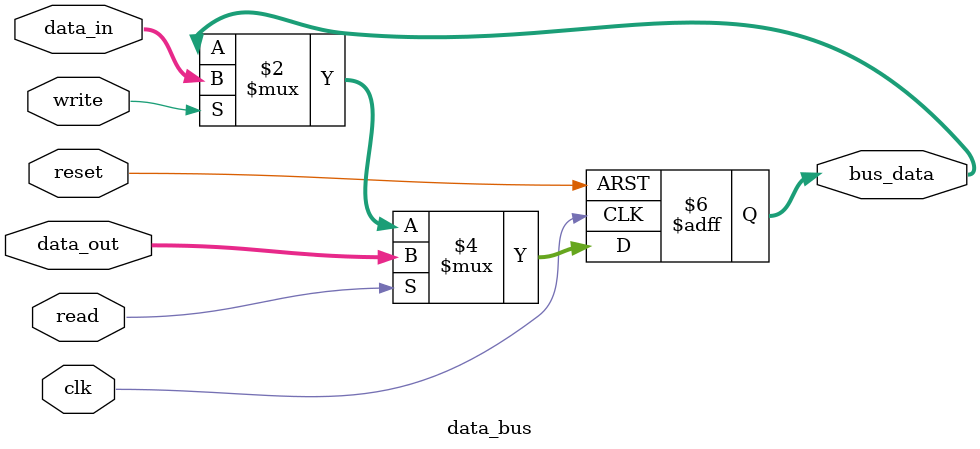
<source format=sv>
module data_bus (input wire clk,input wire reset,input wire [7:0] data_in,input wire [7:0] data_out,input wire read,input wire write,output reg [7:0] bus_data);

    always @(posedge clk or posedge reset) begin
        if (reset) begin
            bus_data <= 8'b0;      
        end else begin
            if (write) begin
                bus_data <= data_in;  
            end
            if (read) begin
                bus_data <= data_out; 
            end
        end
    end
endmodule


</source>
